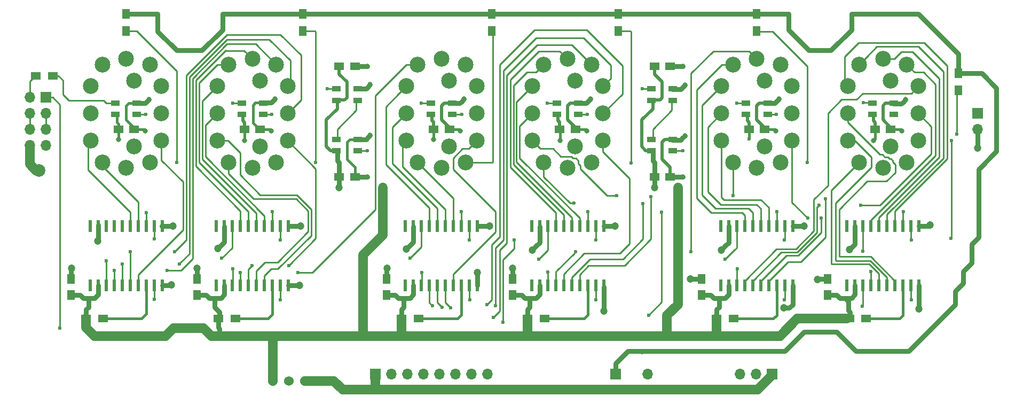
<source format=gtl>
G04 #@! TF.FileFunction,Copper,L1,Top,Signal*
%FSLAX46Y46*%
G04 Gerber Fmt 4.6, Leading zero omitted, Abs format (unit mm)*
G04 Created by KiCad (PCBNEW 4.0.6) date Sunday, June 18, 2017 'PMt' 07:47:11 PM*
%MOMM*%
%LPD*%
G01*
G04 APERTURE LIST*
%ADD10C,0.100000*%
%ADD11R,1.300000X1.500000*%
%ADD12C,2.500000*%
%ADD13R,0.600000X1.950000*%
%ADD14R,1.500000X1.300000*%
%ADD15R,1.250000X1.500000*%
%ADD16R,1.500000X1.250000*%
%ADD17C,1.524000*%
%ADD18R,1.700000X1.700000*%
%ADD19O,1.700000X1.700000*%
%ADD20R,1.400000X0.950000*%
%ADD21C,0.800000*%
%ADD22C,1.200000*%
%ADD23C,2.000000*%
%ADD24C,0.600000*%
%ADD25C,0.800000*%
%ADD26C,0.400000*%
%ADD27C,1.500000*%
%ADD28C,0.500000*%
%ADD29C,0.250000*%
G04 APERTURE END LIST*
D10*
D11*
X190000000Y-46950000D03*
X190000000Y-44250000D03*
D12*
X213786000Y-67762000D03*
X215588000Y-64318000D03*
X215588000Y-60000000D03*
X215588000Y-55682000D03*
X213786000Y-52238000D03*
X210000000Y-51364000D03*
X206214000Y-52238000D03*
X204412000Y-55682000D03*
X204412000Y-60000000D03*
X204412000Y-64318000D03*
X206214000Y-67762000D03*
X210000000Y-68636000D03*
X211200000Y-65197000D03*
X211200000Y-54803000D03*
D13*
X204285000Y-87200000D03*
X205555000Y-87200000D03*
X206825000Y-87200000D03*
X208095000Y-87200000D03*
X209365000Y-87200000D03*
X210635000Y-87200000D03*
X211905000Y-87200000D03*
X213175000Y-87200000D03*
X214445000Y-87200000D03*
X215715000Y-87200000D03*
X215715000Y-77800000D03*
X214445000Y-77800000D03*
X213175000Y-77800000D03*
X211905000Y-77800000D03*
X210635000Y-77800000D03*
X209365000Y-77800000D03*
X208095000Y-77800000D03*
X206825000Y-77800000D03*
X205555000Y-77800000D03*
X204285000Y-77800000D03*
X154285000Y-87200000D03*
X155555000Y-87200000D03*
X156825000Y-87200000D03*
X158095000Y-87200000D03*
X159365000Y-87200000D03*
X160635000Y-87200000D03*
X161905000Y-87200000D03*
X163175000Y-87200000D03*
X164445000Y-87200000D03*
X165715000Y-87200000D03*
X165715000Y-77800000D03*
X164445000Y-77800000D03*
X163175000Y-77800000D03*
X161905000Y-77800000D03*
X160635000Y-77800000D03*
X159365000Y-77800000D03*
X158095000Y-77800000D03*
X156825000Y-77800000D03*
X155555000Y-77800000D03*
X154285000Y-77800000D03*
D14*
X133650000Y-92500000D03*
X136350000Y-92500000D03*
D15*
X131250000Y-86250000D03*
X131250000Y-88750000D03*
D13*
X134285000Y-87200000D03*
X135555000Y-87200000D03*
X136825000Y-87200000D03*
X138095000Y-87200000D03*
X139365000Y-87200000D03*
X140635000Y-87200000D03*
X141905000Y-87200000D03*
X143175000Y-87200000D03*
X144445000Y-87200000D03*
X145715000Y-87200000D03*
X145715000Y-77800000D03*
X144445000Y-77800000D03*
X143175000Y-77800000D03*
X141905000Y-77800000D03*
X140635000Y-77800000D03*
X139365000Y-77800000D03*
X138095000Y-77800000D03*
X136825000Y-77800000D03*
X135555000Y-77800000D03*
X134285000Y-77800000D03*
X184285000Y-87200000D03*
X185555000Y-87200000D03*
X186825000Y-87200000D03*
X188095000Y-87200000D03*
X189365000Y-87200000D03*
X190635000Y-87200000D03*
X191905000Y-87200000D03*
X193175000Y-87200000D03*
X194445000Y-87200000D03*
X195715000Y-87200000D03*
X195715000Y-77800000D03*
X194445000Y-77800000D03*
X193175000Y-77800000D03*
X191905000Y-77800000D03*
X190635000Y-77800000D03*
X189365000Y-77800000D03*
X188095000Y-77800000D03*
X186825000Y-77800000D03*
X185555000Y-77800000D03*
X184285000Y-77800000D03*
D12*
X143786000Y-67762000D03*
X145588000Y-64318000D03*
X145588000Y-60000000D03*
X145588000Y-55682000D03*
X143786000Y-52238000D03*
X140000000Y-51364000D03*
X136214000Y-52238000D03*
X134412000Y-55682000D03*
X134412000Y-60000000D03*
X134412000Y-64318000D03*
X136214000Y-67762000D03*
X140000000Y-68636000D03*
X141200000Y-65197000D03*
X141200000Y-54803000D03*
D15*
X81250000Y-86250000D03*
X81250000Y-88750000D03*
X101250000Y-86250000D03*
X101250000Y-88750000D03*
X151250000Y-86222928D03*
X151250000Y-88722928D03*
X181250000Y-86250000D03*
X181250000Y-88750000D03*
X201250000Y-86250000D03*
X201250000Y-88750000D03*
D16*
X91250000Y-62500000D03*
X88750000Y-62500000D03*
X111250000Y-62500000D03*
X108750000Y-62500000D03*
X126250000Y-52500000D03*
X123750000Y-52500000D03*
X126250000Y-70000000D03*
X123750000Y-70000000D03*
X141250000Y-62500000D03*
X138750000Y-62500000D03*
X161250000Y-62500000D03*
X158750000Y-62500000D03*
X176250000Y-52500000D03*
X173750000Y-52500000D03*
X176250000Y-70000000D03*
X173750000Y-70000000D03*
X191250000Y-62500000D03*
X188750000Y-62500000D03*
X211250000Y-62500000D03*
X208750000Y-62500000D03*
D12*
X93786000Y-67762000D03*
X95588000Y-64318000D03*
X95588000Y-60000000D03*
X95588000Y-55682000D03*
X93786000Y-52238000D03*
X90000000Y-51364000D03*
X86214000Y-52238000D03*
X84412000Y-55682000D03*
X84412000Y-60000000D03*
X84412000Y-64318000D03*
X86214000Y-67762000D03*
X90000000Y-68636000D03*
X91200000Y-65197000D03*
X91200000Y-54803000D03*
X113786000Y-67762000D03*
X115588000Y-64318000D03*
X115588000Y-60000000D03*
X115588000Y-55682000D03*
X113786000Y-52238000D03*
X110000000Y-51364000D03*
X106214000Y-52238000D03*
X104412000Y-55682000D03*
X104412000Y-60000000D03*
X104412000Y-64318000D03*
X106214000Y-67762000D03*
X110000000Y-68636000D03*
X111200000Y-65197000D03*
X111200000Y-54803000D03*
X163786000Y-67762000D03*
X165588000Y-64318000D03*
X165588000Y-60000000D03*
X165588000Y-55682000D03*
X163786000Y-52238000D03*
X160000000Y-51364000D03*
X156214000Y-52238000D03*
X154412000Y-55682000D03*
X154412000Y-60000000D03*
X154412000Y-64318000D03*
X156214000Y-67762000D03*
X160000000Y-68636000D03*
X161200000Y-65197000D03*
X161200000Y-54803000D03*
X193786000Y-67762000D03*
X195588000Y-64318000D03*
X195588000Y-60000000D03*
X195588000Y-55682000D03*
X193786000Y-52238000D03*
X190000000Y-51364000D03*
X186214000Y-52238000D03*
X184412000Y-55682000D03*
X184412000Y-60000000D03*
X184412000Y-64318000D03*
X186214000Y-67762000D03*
X190000000Y-68636000D03*
X191200000Y-65197000D03*
X191200000Y-54803000D03*
D14*
X83650000Y-92500000D03*
X86350000Y-92500000D03*
X104650000Y-92500000D03*
X107350000Y-92500000D03*
X153650000Y-92472928D03*
X156350000Y-92472928D03*
X183650000Y-92500000D03*
X186350000Y-92500000D03*
X204650000Y-92500000D03*
X207350000Y-92500000D03*
X78350000Y-54000000D03*
X75650000Y-54000000D03*
D11*
X90000000Y-46950000D03*
X90000000Y-44250000D03*
X148000000Y-46950000D03*
X148000000Y-44250000D03*
X118000000Y-46950000D03*
X118000000Y-44250000D03*
X168000000Y-46950000D03*
X168000000Y-44250000D03*
X222000000Y-56350000D03*
X222000000Y-53650000D03*
D13*
X84285000Y-87200000D03*
X85555000Y-87200000D03*
X86825000Y-87200000D03*
X88095000Y-87200000D03*
X89365000Y-87200000D03*
X90635000Y-87200000D03*
X91905000Y-87200000D03*
X93175000Y-87200000D03*
X94445000Y-87200000D03*
X95715000Y-87200000D03*
X95715000Y-77800000D03*
X94445000Y-77800000D03*
X93175000Y-77800000D03*
X91905000Y-77800000D03*
X90635000Y-77800000D03*
X89365000Y-77800000D03*
X88095000Y-77800000D03*
X86825000Y-77800000D03*
X85555000Y-77800000D03*
X84285000Y-77800000D03*
X104285000Y-87200000D03*
X105555000Y-87200000D03*
X106825000Y-87200000D03*
X108095000Y-87200000D03*
X109365000Y-87200000D03*
X110635000Y-87200000D03*
X111905000Y-87200000D03*
X113175000Y-87200000D03*
X114445000Y-87200000D03*
X115715000Y-87200000D03*
X115715000Y-77800000D03*
X114445000Y-77800000D03*
X113175000Y-77800000D03*
X111905000Y-77800000D03*
X110635000Y-77800000D03*
X109365000Y-77800000D03*
X108095000Y-77800000D03*
X106825000Y-77800000D03*
X105555000Y-77800000D03*
X104285000Y-77800000D03*
D17*
X118340000Y-102350000D03*
X115800000Y-102350000D03*
X113260000Y-102350000D03*
D18*
X129540000Y-101270000D03*
D19*
X132080000Y-101270000D03*
X134620000Y-101270000D03*
X137160000Y-101270000D03*
X139700000Y-101270000D03*
X142240000Y-101270000D03*
X144780000Y-101270000D03*
X147320000Y-101270000D03*
D18*
X192380000Y-101270000D03*
D19*
X189840000Y-101270000D03*
X187300000Y-101270000D03*
D18*
X77240000Y-57460000D03*
D19*
X74700000Y-57460000D03*
X77240000Y-60000000D03*
X74700000Y-60000000D03*
X77240000Y-62540000D03*
X74700000Y-62540000D03*
X77240000Y-65080000D03*
X74700000Y-65080000D03*
D18*
X225000000Y-60000000D03*
D19*
X225000000Y-62540000D03*
D18*
X167615000Y-101270000D03*
D19*
X172695000Y-101270000D03*
D20*
X176700000Y-65925000D03*
X176700000Y-64075000D03*
X173300000Y-64075000D03*
X173300000Y-65925000D03*
X176700000Y-57925000D03*
X176700000Y-56075000D03*
X173300000Y-56075000D03*
X173300000Y-57925000D03*
X126700000Y-65925000D03*
X126700000Y-64075000D03*
X123300000Y-64075000D03*
X123300000Y-65925000D03*
X126700000Y-57925000D03*
X126700000Y-56075000D03*
X123300000Y-56075000D03*
X123300000Y-57925000D03*
X211700000Y-60175000D03*
X211700000Y-58325000D03*
X208300000Y-58325000D03*
X208300000Y-60175000D03*
X191700000Y-60175000D03*
X191700000Y-58325000D03*
X188300000Y-58325000D03*
X188300000Y-60175000D03*
X161700000Y-60175000D03*
X161700000Y-58325000D03*
X158300000Y-58325000D03*
X158300000Y-60175000D03*
X141700000Y-60175000D03*
X141700000Y-58325000D03*
X138300000Y-58325000D03*
X138300000Y-60175000D03*
X111700000Y-60175000D03*
X111700000Y-58325000D03*
X108300000Y-58325000D03*
X108300000Y-60175000D03*
X91700000Y-60175000D03*
X91700000Y-58325000D03*
X88300000Y-58325000D03*
X88300000Y-60175000D03*
D21*
X93600000Y-57800004D03*
X113600000Y-57700004D03*
X128700000Y-63400000D03*
X128700000Y-55425000D03*
X143600000Y-57700000D03*
X163600000Y-57700000D03*
X178600000Y-55500000D03*
X178600000Y-63500000D03*
X213600000Y-57800000D03*
X193500000Y-57700000D03*
D22*
X225000000Y-65500000D03*
X104500000Y-81400000D03*
X134400000Y-81500002D03*
X154400000Y-81600000D03*
X184400000Y-81600000D03*
D23*
X76200000Y-69000000D03*
D22*
X194310000Y-90805000D03*
X204724000Y-81534000D03*
X215709500Y-90995500D03*
X117475000Y-87249000D03*
X97155000Y-87122000D03*
X97424000Y-77800000D03*
X85480063Y-80177990D03*
X81307089Y-84483271D03*
X101246089Y-84483271D03*
X117617000Y-77800000D03*
X131345089Y-84483271D03*
X147589000Y-77800000D03*
X145669000Y-85217000D03*
X151284089Y-84483271D03*
X165728000Y-91254000D03*
X165728000Y-91254000D03*
X167528000Y-77800000D03*
X199600000Y-86300000D03*
X179500000Y-86200000D03*
X197500000Y-77800000D03*
X217500000Y-77700000D03*
D21*
X212974990Y-62750000D03*
X178250000Y-70000000D03*
X178250000Y-52500000D03*
X93000000Y-62750000D03*
X113000000Y-62750000D03*
X193000000Y-62750000D03*
X163000000Y-62750000D03*
X143000000Y-62750000D03*
X128250000Y-70000000D03*
X128250000Y-52500000D03*
D22*
X173755000Y-71755000D03*
X123750000Y-71750000D03*
X177500000Y-71755000D03*
D21*
X208500000Y-64250000D03*
D24*
X188750000Y-64008000D03*
D22*
X130700000Y-71755000D03*
D21*
X88740000Y-64135000D03*
X108740000Y-64262000D03*
X138712000Y-64135000D03*
X158778000Y-64262000D03*
D24*
X97980500Y-67754500D03*
X120000000Y-67750000D03*
X115760500Y-84073998D03*
X109982000Y-84074000D03*
X97663000Y-81915000D03*
X90678000Y-81915000D03*
X89408002Y-83820000D03*
X98425000Y-83820000D03*
X96520000Y-84836000D03*
X88138000Y-84836000D03*
X108077000Y-85217000D03*
X117221000Y-85217000D03*
X170053000Y-67818000D03*
X141478000Y-90805000D03*
X147193000Y-90297000D03*
X140081000Y-90678000D03*
X148539000Y-90475000D03*
X148209000Y-92329000D03*
X138557000Y-90457000D03*
X167767000Y-73025000D03*
X173228000Y-73152000D03*
X171950000Y-74300000D03*
X161000000Y-74168000D03*
X197993000Y-67754500D03*
X200224990Y-76600000D03*
X198100000Y-76600000D03*
X161290000Y-81915002D03*
X179578000Y-81915000D03*
X186250000Y-73000000D03*
X200900000Y-73500000D03*
X221750000Y-63250000D03*
X220750000Y-79749998D03*
X220901870Y-64306542D03*
X208055573Y-85044427D03*
X199875010Y-74500000D03*
X206492002Y-74549000D03*
X86868000Y-83312000D03*
X105156000Y-82931000D03*
X106934000Y-84582000D03*
X135001000Y-82931000D03*
X136906000Y-85217000D03*
X155448000Y-83058000D03*
X184997002Y-83100000D03*
X156845000Y-85090000D03*
X206800000Y-81800000D03*
X186900000Y-84600000D03*
X106900000Y-58400000D03*
X93100000Y-60100000D03*
X121900000Y-56100000D03*
X113100000Y-60100000D03*
X136800000Y-58400000D03*
X128200000Y-65900000D03*
X156800000Y-58400000D03*
X143200000Y-60100000D03*
X171800000Y-56100000D03*
X163100000Y-60100000D03*
X186800000Y-58400000D03*
X178300004Y-65900000D03*
X206900000Y-58300000D03*
X193100000Y-60100000D03*
X206750000Y-90500000D03*
X79500000Y-94000000D03*
X164465000Y-89535000D03*
X144462500Y-89535000D03*
X114427000Y-89535000D03*
X194400000Y-89535000D03*
X94488000Y-89408000D03*
X214503000Y-89535000D03*
X114400000Y-80000000D03*
X151500000Y-80000000D03*
X149733000Y-93091000D03*
X94488000Y-79883000D03*
X144399000Y-80010000D03*
X164465000Y-80010000D03*
X194400000Y-80010000D03*
X214503000Y-80010000D03*
X174900000Y-75600002D03*
X172847000Y-91948000D03*
X113157000Y-75565000D03*
X143129000Y-75565000D03*
X163195000Y-75565000D03*
X193200000Y-75565000D03*
X93218000Y-75692000D03*
X213233000Y-75565000D03*
D25*
X93000004Y-58400000D02*
X93200001Y-58200003D01*
X91700000Y-58400000D02*
X93000004Y-58400000D01*
X93200001Y-58200003D02*
X93600000Y-57800004D01*
X113200001Y-58100003D02*
X113600000Y-57700004D01*
X111700000Y-58300000D02*
X113000004Y-58300000D01*
X113000004Y-58300000D02*
X113200001Y-58100003D01*
X126700000Y-64075000D02*
X128025000Y-64075000D01*
X128025000Y-64075000D02*
X128300001Y-63799999D01*
X128300001Y-63799999D02*
X128700000Y-63400000D01*
X128025000Y-56100000D02*
X128300001Y-55824999D01*
X128300001Y-55824999D02*
X128700000Y-55425000D01*
X126700000Y-56100000D02*
X128025000Y-56100000D01*
X143200001Y-58099999D02*
X143600000Y-57700000D01*
X142925000Y-58375000D02*
X143200001Y-58099999D01*
X141600000Y-58375000D02*
X142925000Y-58375000D01*
X161600000Y-58375000D02*
X162925000Y-58375000D01*
X162925000Y-58375000D02*
X163200001Y-58099999D01*
X163200001Y-58099999D02*
X163600000Y-57700000D01*
X176600000Y-56175000D02*
X177925000Y-56175000D01*
X177925000Y-56175000D02*
X178200001Y-55899999D01*
X178200001Y-55899999D02*
X178600000Y-55500000D01*
D26*
X111250000Y-62500000D02*
X111125000Y-62500000D01*
X110100000Y-58675000D02*
X110475000Y-58300000D01*
X111125000Y-62500000D02*
X110100000Y-61475000D01*
X110100000Y-61475000D02*
X110100000Y-58675000D01*
X110475000Y-58300000D02*
X111700000Y-58300000D01*
D25*
X177925000Y-64175000D02*
X178200001Y-63899999D01*
X178200001Y-63899999D02*
X178600000Y-63500000D01*
X176600000Y-64175000D02*
X177925000Y-64175000D01*
X212925000Y-58475000D02*
X213200001Y-58199999D01*
X213200001Y-58199999D02*
X213600000Y-57800000D01*
X211600000Y-58475000D02*
X212925000Y-58475000D01*
X193100001Y-58099999D02*
X193500000Y-57700000D01*
X191500000Y-58375000D02*
X192825000Y-58375000D01*
X192825000Y-58375000D02*
X193100001Y-58099999D01*
D26*
X161500000Y-58375000D02*
X161575000Y-58300000D01*
X141500000Y-58375000D02*
X141525000Y-58400000D01*
D25*
X225000000Y-62540000D02*
X225000000Y-65500000D01*
X105099999Y-80800001D02*
X104500000Y-81400000D01*
X105545000Y-80355000D02*
X105099999Y-80800001D01*
X105545000Y-77927000D02*
X105545000Y-80355000D01*
X134999999Y-80900003D02*
X134400000Y-81500002D01*
X135517000Y-80383002D02*
X134999999Y-80900003D01*
X135517000Y-77927000D02*
X135517000Y-80383002D01*
X154999999Y-81000001D02*
X154400000Y-81600000D01*
X155583000Y-80417000D02*
X154999999Y-81000001D01*
X155583000Y-77927000D02*
X155583000Y-80417000D01*
X185555000Y-80445000D02*
X184999999Y-81000001D01*
X184999999Y-81000001D02*
X184400000Y-81600000D01*
X185555000Y-77800000D02*
X185555000Y-80445000D01*
D27*
X74700000Y-65080000D02*
X74700000Y-68000000D01*
X74700000Y-68000000D02*
X75700000Y-69000000D01*
X75700000Y-69000000D02*
X76200000Y-69000000D01*
D25*
X195158528Y-90805000D02*
X194310000Y-90805000D01*
X195715000Y-90248528D02*
X195158528Y-90805000D01*
X195715000Y-87200000D02*
X195715000Y-90248528D01*
X205555000Y-77800000D02*
X205555000Y-80703000D01*
X205555000Y-80703000D02*
X204724000Y-81534000D01*
X215715000Y-90990000D02*
X215709500Y-90995500D01*
X215715000Y-87200000D02*
X215715000Y-90990000D01*
X115715000Y-87200000D02*
X117426000Y-87200000D01*
X117426000Y-87200000D02*
X117475000Y-87249000D01*
X95715000Y-87200000D02*
X97077000Y-87200000D01*
X97077000Y-87200000D02*
X97155000Y-87122000D01*
X95639000Y-77800000D02*
X97424000Y-77800000D01*
X85606000Y-77673000D02*
X85606000Y-80052053D01*
X85606000Y-80052053D02*
X85480063Y-80177990D01*
X81307089Y-84483271D02*
X81257089Y-84533271D01*
X81257089Y-84533271D02*
X81257089Y-86233271D01*
X101196089Y-84533271D02*
X101196089Y-86233271D01*
X101246089Y-84483271D02*
X101196089Y-84533271D01*
X115832000Y-77800000D02*
X117617000Y-77800000D01*
X131295089Y-84533271D02*
X131295089Y-86233271D01*
X131345089Y-84483271D02*
X131295089Y-84533271D01*
X145804000Y-77800000D02*
X147589000Y-77800000D01*
X145715000Y-87200000D02*
X145715000Y-85263000D01*
X145715000Y-85263000D02*
X145669000Y-85217000D01*
X151284089Y-84483271D02*
X151234089Y-84533271D01*
X151234089Y-84533271D02*
X151234089Y-86233271D01*
X165743000Y-87454000D02*
X165743000Y-91239000D01*
X165743000Y-91239000D02*
X165728000Y-91254000D01*
X165743000Y-77800000D02*
X167528000Y-77800000D01*
X199600000Y-86300000D02*
X199650000Y-86250000D01*
X199650000Y-86250000D02*
X201250000Y-86250000D01*
X179550000Y-86250000D02*
X181250000Y-86250000D01*
X179500000Y-86200000D02*
X179550000Y-86250000D01*
X195715000Y-77800000D02*
X197500000Y-77800000D01*
X215715000Y-77800000D02*
X217400000Y-77800000D01*
X217400000Y-77800000D02*
X217500000Y-77700000D01*
D26*
X212724990Y-62500000D02*
X212974990Y-62750000D01*
X211250000Y-62500000D02*
X212724990Y-62500000D01*
D25*
X176250000Y-70000000D02*
X178250000Y-70000000D01*
X176250000Y-52500000D02*
X178250000Y-52500000D01*
D26*
X92750000Y-62500000D02*
X93000000Y-62750000D01*
X91250000Y-62500000D02*
X92750000Y-62500000D01*
X112750000Y-62500000D02*
X113000000Y-62750000D01*
X111250000Y-62500000D02*
X112750000Y-62500000D01*
X191250000Y-62500000D02*
X192750000Y-62500000D01*
X192750000Y-62500000D02*
X193000000Y-62750000D01*
X162750000Y-62500000D02*
X163000000Y-62750000D01*
X161250000Y-62500000D02*
X162750000Y-62500000D01*
X141250000Y-62500000D02*
X142750000Y-62500000D01*
X142750000Y-62500000D02*
X143000000Y-62750000D01*
D25*
X126250000Y-70000000D02*
X128250000Y-70000000D01*
X126250000Y-52500000D02*
X128250000Y-52500000D01*
D26*
X125000000Y-64525000D02*
X125000000Y-67250000D01*
X125400000Y-64125000D02*
X125000000Y-64525000D01*
X126250000Y-68500000D02*
X126250000Y-70000000D01*
X126500000Y-64125000D02*
X125400000Y-64125000D01*
X125000000Y-67250000D02*
X126250000Y-68500000D01*
D28*
X175000000Y-67250000D02*
X176250000Y-68500000D01*
X176250000Y-68500000D02*
X176250000Y-70000000D01*
X175000000Y-64525000D02*
X175000000Y-67250000D01*
X176500000Y-64125000D02*
X175400000Y-64125000D01*
X175400000Y-64125000D02*
X175000000Y-64525000D01*
D26*
X91250000Y-62250000D02*
X90000000Y-61000000D01*
X90000000Y-61000000D02*
X90000000Y-58775000D01*
X90000000Y-58775000D02*
X90400000Y-58375000D01*
X90400000Y-58375000D02*
X91500000Y-58375000D01*
X91250000Y-62500000D02*
X91250000Y-62250000D01*
D28*
X210400000Y-58375000D02*
X211500000Y-58375000D01*
X210000000Y-61000000D02*
X210000000Y-58775000D01*
X210000000Y-58775000D02*
X210400000Y-58375000D01*
X211250000Y-62250000D02*
X210000000Y-61000000D01*
D26*
X211250000Y-62500000D02*
X211250000Y-62250000D01*
D28*
X190400000Y-58375000D02*
X191500000Y-58375000D01*
X191250000Y-62250000D02*
X190000000Y-61000000D01*
X190000000Y-58775000D02*
X190400000Y-58375000D01*
X190000000Y-61000000D02*
X190000000Y-58775000D01*
D26*
X191250000Y-62500000D02*
X191250000Y-62250000D01*
X161250000Y-62500000D02*
X161250000Y-62250000D01*
D28*
X161250000Y-62250000D02*
X160000000Y-61000000D01*
X160000000Y-61000000D02*
X160000000Y-58775000D01*
X160000000Y-58775000D02*
X160400000Y-58375000D01*
X160400000Y-58375000D02*
X161500000Y-58375000D01*
X140000000Y-61000000D02*
X140000000Y-58775000D01*
X141250000Y-62250000D02*
X140000000Y-61000000D01*
X140400000Y-58375000D02*
X141500000Y-58375000D01*
X140000000Y-58775000D02*
X140400000Y-58375000D01*
D26*
X141250000Y-62500000D02*
X141250000Y-62250000D01*
D25*
X204750000Y-92500000D02*
X204750000Y-91450000D01*
X204500000Y-91200000D02*
X204500000Y-89750000D01*
X204750000Y-91450000D02*
X204500000Y-91200000D01*
X204500000Y-89750000D02*
X204000000Y-89250000D01*
X173750000Y-70000000D02*
X173750000Y-71750000D01*
X173750000Y-71750000D02*
X173755000Y-71755000D01*
D27*
X117475000Y-95250000D02*
X113200000Y-95250000D01*
X113200000Y-95250000D02*
X104750000Y-95250000D01*
X113260000Y-102350000D02*
X113260000Y-95310000D01*
X113260000Y-95310000D02*
X113200000Y-95250000D01*
D25*
X173750000Y-70000000D02*
X173750000Y-68750000D01*
X173750000Y-68750000D02*
X173750000Y-67750000D01*
X173736000Y-70014000D02*
X173750000Y-70000000D01*
X123750000Y-70000000D02*
X123750000Y-71750000D01*
X104750000Y-91450000D02*
X104750000Y-92400000D01*
X104750000Y-92400000D02*
X104650000Y-92500000D01*
D27*
X104750000Y-95250000D02*
X103500000Y-95250000D01*
D25*
X104650000Y-92500000D02*
X104650000Y-93950000D01*
X104650000Y-93950000D02*
X104750000Y-94050000D01*
X104750000Y-94050000D02*
X104750000Y-95250000D01*
D27*
X103500000Y-95250000D02*
X102230000Y-93980000D01*
X102230000Y-93980000D02*
X97520000Y-93980000D01*
X97520000Y-93980000D02*
X96250000Y-95250000D01*
X96250000Y-95250000D02*
X84963000Y-95250000D01*
X84963000Y-95250000D02*
X83650000Y-93937000D01*
X83650000Y-93937000D02*
X83650000Y-92500000D01*
X183642000Y-95250000D02*
X193675000Y-95250000D01*
X193675000Y-95250000D02*
X196425000Y-92500000D01*
X196425000Y-92500000D02*
X204250000Y-92500000D01*
D25*
X104750000Y-91450000D02*
X104000000Y-90700000D01*
X104000000Y-90700000D02*
X104000000Y-89250000D01*
D27*
X175750000Y-92000000D02*
X177500000Y-90250000D01*
X177500000Y-90250000D02*
X177500000Y-71755000D01*
X175750000Y-95250000D02*
X153670000Y-95250000D01*
X183642000Y-95250000D02*
X175750000Y-95250000D01*
X175750000Y-95250000D02*
X175750000Y-92000000D01*
D26*
X208750000Y-64000000D02*
X208500000Y-64250000D01*
X208750000Y-62500000D02*
X208750000Y-64000000D01*
D25*
X131250000Y-88750000D02*
X132675000Y-88750000D01*
D27*
X133731000Y-95250000D02*
X127600000Y-95250000D01*
X127600000Y-95250000D02*
X117475000Y-95250000D01*
X130700000Y-71755000D02*
X130700000Y-79300000D01*
X130700000Y-79300000D02*
X127600000Y-82400000D01*
X127600000Y-82400000D02*
X127600000Y-95250000D01*
D26*
X88740000Y-62750000D02*
X88740000Y-64135000D01*
X108740000Y-62500000D02*
X108740000Y-64262000D01*
X138712000Y-62500000D02*
X138712000Y-64135000D01*
X158778000Y-62500000D02*
X158778000Y-64262000D01*
D25*
X117460000Y-95265000D02*
X117475000Y-95250000D01*
D27*
X183650000Y-92500000D02*
X183650000Y-95242000D01*
D25*
X183650000Y-95242000D02*
X183642000Y-95250000D01*
D27*
X153670000Y-95250000D02*
X133731000Y-95250000D01*
X153650000Y-92472928D02*
X153650000Y-95230000D01*
D25*
X153650000Y-95230000D02*
X153670000Y-95250000D01*
D27*
X133650000Y-92500000D02*
X133650000Y-95169000D01*
D25*
X133650000Y-95169000D02*
X133731000Y-95250000D01*
D26*
X188750000Y-62500000D02*
X188750000Y-64008000D01*
D25*
X84000000Y-89250000D02*
X85000000Y-89250000D01*
X85000000Y-89250000D02*
X85555000Y-88695000D01*
X85555000Y-88695000D02*
X85555000Y-87200000D01*
X104000000Y-89250000D02*
X105000000Y-89250000D01*
X105000000Y-89250000D02*
X105555000Y-88695000D01*
X105555000Y-88695000D02*
X105555000Y-87200000D01*
X134000000Y-89250000D02*
X135000000Y-89250000D01*
X135000000Y-89250000D02*
X135555000Y-88695000D01*
X135555000Y-88695000D02*
X135555000Y-87200000D01*
X154000000Y-89250000D02*
X155000000Y-89250000D01*
X155000000Y-89250000D02*
X155555000Y-88695000D01*
X155555000Y-88695000D02*
X155555000Y-87200000D01*
X184000000Y-89250000D02*
X185000000Y-89250000D01*
X185000000Y-89250000D02*
X185555000Y-88695000D01*
X185555000Y-88695000D02*
X185555000Y-87200000D01*
X204000000Y-89250000D02*
X205000000Y-89250000D01*
X205000000Y-89250000D02*
X205555000Y-88695000D01*
X205555000Y-88695000D02*
X205555000Y-87200000D01*
X81250000Y-88750000D02*
X82675000Y-88750000D01*
X84000000Y-90700000D02*
X84000000Y-89250000D01*
X83175000Y-89250000D02*
X84000000Y-89250000D01*
X82675000Y-88750000D02*
X83175000Y-89250000D01*
X83650000Y-91050000D02*
X84000000Y-90700000D01*
X83650000Y-92500000D02*
X83650000Y-91050000D01*
X101250000Y-88750000D02*
X102675000Y-88750000D01*
X103175000Y-89250000D02*
X104000000Y-89250000D01*
X102675000Y-88750000D02*
X103175000Y-89250000D01*
X134000000Y-90700000D02*
X134000000Y-89250000D01*
X133175000Y-89250000D02*
X134000000Y-89250000D01*
X132675000Y-88750000D02*
X133175000Y-89250000D01*
X133650000Y-91050000D02*
X134000000Y-90700000D01*
X133650000Y-92500000D02*
X133650000Y-91050000D01*
X201250000Y-88750000D02*
X202675000Y-88750000D01*
X203175000Y-89250000D02*
X204000000Y-89250000D01*
X202675000Y-88750000D02*
X203175000Y-89250000D01*
X151250000Y-88750000D02*
X152675000Y-88750000D01*
X154000000Y-90700000D02*
X154000000Y-89250000D01*
X153175000Y-89250000D02*
X154000000Y-89250000D01*
X152675000Y-88750000D02*
X153175000Y-89250000D01*
X153650000Y-91050000D02*
X154000000Y-90700000D01*
X153650000Y-92500000D02*
X153650000Y-91050000D01*
X183175000Y-89250000D02*
X184000000Y-89250000D01*
X184000000Y-90700000D02*
X184000000Y-89250000D01*
X183650000Y-91050000D02*
X184000000Y-90700000D01*
X183650000Y-92500000D02*
X183650000Y-91050000D01*
X181250000Y-88750000D02*
X182675000Y-88750000D01*
X182675000Y-88750000D02*
X183175000Y-89250000D01*
D26*
X208750000Y-62500000D02*
X208746002Y-62500000D01*
D25*
X123750000Y-67750000D02*
X123500000Y-67500000D01*
X123750000Y-70000000D02*
X123750000Y-67750000D01*
X123500000Y-67500000D02*
X123500000Y-65875000D01*
D28*
X124600000Y-57875000D02*
X125000000Y-57475000D01*
X125000000Y-57475000D02*
X125000000Y-55000000D01*
X125000000Y-55000000D02*
X123750000Y-53750000D01*
X123750000Y-53750000D02*
X123750000Y-52500000D01*
X123500000Y-57875000D02*
X124600000Y-57875000D01*
X122375000Y-65875000D02*
X123500000Y-65875000D01*
X121750000Y-65250000D02*
X122375000Y-65875000D01*
X121750000Y-61000000D02*
X121750000Y-65250000D01*
X123500000Y-59250000D02*
X121750000Y-61000000D01*
X123500000Y-57875000D02*
X123500000Y-59250000D01*
X171750000Y-61000000D02*
X171750000Y-65250000D01*
X171750000Y-65250000D02*
X172375000Y-65875000D01*
X172375000Y-65875000D02*
X173500000Y-65875000D01*
X173500000Y-57875000D02*
X173500000Y-59250000D01*
X173500000Y-59250000D02*
X171750000Y-61000000D01*
D25*
X173750000Y-67750000D02*
X173500000Y-67500000D01*
X173500000Y-67500000D02*
X173500000Y-65875000D01*
D28*
X108750000Y-61375000D02*
X108625000Y-61250000D01*
X108750000Y-62500000D02*
X108750000Y-61375000D01*
X108500000Y-61150000D02*
X108500000Y-60125000D01*
X108625000Y-61250000D02*
X108600000Y-61250000D01*
X108600000Y-61250000D02*
X108500000Y-61150000D01*
D26*
X88750000Y-61625000D02*
X88625000Y-61500000D01*
X88750000Y-62750000D02*
X88750000Y-61625000D01*
X88500000Y-61400000D02*
X88500000Y-60375000D01*
X88625000Y-61500000D02*
X88600000Y-61500000D01*
X88600000Y-61500000D02*
X88500000Y-61400000D01*
D28*
X158750000Y-61375000D02*
X158625000Y-61250000D01*
X158750000Y-62500000D02*
X158750000Y-61375000D01*
X208500000Y-61150000D02*
X208600000Y-61250000D01*
X208600000Y-61250000D02*
X208625000Y-61250000D01*
X208625000Y-61250000D02*
X208750000Y-61375000D01*
X208500000Y-60125000D02*
X208500000Y-61150000D01*
X208750000Y-61375000D02*
X208750000Y-62500000D01*
X158500000Y-61150000D02*
X158500000Y-60125000D01*
X158625000Y-61250000D02*
X158600000Y-61250000D01*
X158600000Y-61250000D02*
X158500000Y-61150000D01*
X208500000Y-60125000D02*
X208425000Y-60125000D01*
X188500000Y-60125000D02*
X188425000Y-60125000D01*
X188600000Y-61250000D02*
X188625000Y-61250000D01*
X188625000Y-61250000D02*
X188750000Y-61375000D01*
X188750000Y-61375000D02*
X188750000Y-62500000D01*
X188500000Y-60125000D02*
X188500000Y-61150000D01*
X188500000Y-61150000D02*
X188600000Y-61250000D01*
X175000000Y-55000000D02*
X173750000Y-53750000D01*
X174600000Y-57875000D02*
X175000000Y-57475000D01*
X173500000Y-57875000D02*
X174600000Y-57875000D01*
X175000000Y-57475000D02*
X175000000Y-55000000D01*
X173750000Y-53750000D02*
X173750000Y-52500000D01*
X158500000Y-61125000D02*
X158500000Y-60125000D01*
X158750000Y-61375000D02*
X158500000Y-61125000D01*
X138625000Y-61250000D02*
X138600000Y-61250000D01*
X138600000Y-61250000D02*
X138500000Y-61150000D01*
X138500000Y-61150000D02*
X138500000Y-60125000D01*
X138750000Y-62500000D02*
X138750000Y-61375000D01*
X138750000Y-61375000D02*
X138625000Y-61250000D01*
D29*
X90000000Y-46950000D02*
X91700000Y-46950000D01*
X91700000Y-46950000D02*
X98000000Y-53250000D01*
X98000000Y-53250000D02*
X98000000Y-67735000D01*
X98000000Y-67735000D02*
X97980500Y-67754500D01*
X93798000Y-67750000D02*
X93786000Y-67762000D01*
X99020467Y-70826467D02*
X95588000Y-67394000D01*
X99020467Y-78398533D02*
X99020467Y-70826467D01*
X91905000Y-85514000D02*
X99020467Y-78398533D01*
X95588000Y-66085766D02*
X95588000Y-64318000D01*
X91905000Y-87200000D02*
X91905000Y-85514000D01*
X95588000Y-67394000D02*
X95588000Y-66085766D01*
X84412000Y-64318000D02*
X83947000Y-64783000D01*
X83947000Y-68961000D02*
X90635000Y-75649000D01*
X83947000Y-64783000D02*
X83947000Y-68961000D01*
X90635000Y-75649000D02*
X90635000Y-77800000D01*
X86214000Y-67762000D02*
X86214000Y-68307000D01*
X86214000Y-68307000D02*
X91905000Y-73998000D01*
X91905000Y-73998000D02*
X91905000Y-77800000D01*
X120000000Y-47000000D02*
X120000000Y-67750000D01*
X119950000Y-46950000D02*
X120000000Y-47000000D01*
X118000000Y-46950000D02*
X119950000Y-46950000D01*
X115588000Y-64318000D02*
X120015000Y-68745000D01*
X120015000Y-68745000D02*
X120015000Y-79819498D01*
X120015000Y-79819498D02*
X115760500Y-84074000D01*
X109982000Y-84074000D02*
X109365000Y-84691000D01*
X109365000Y-84691000D02*
X109365000Y-87200000D01*
X115588000Y-60000000D02*
X117729000Y-57859000D01*
X117729000Y-57859000D02*
X117729000Y-50779000D01*
X117729000Y-50779000D02*
X114450000Y-47500000D01*
X114450000Y-47500000D02*
X106000000Y-47500000D01*
X106000000Y-47500000D02*
X99520478Y-53979522D01*
X99520478Y-53979522D02*
X99520478Y-80057522D01*
X99520478Y-80057522D02*
X97962999Y-81615001D01*
X97962999Y-81615001D02*
X97663000Y-81915000D01*
X90635000Y-87200000D02*
X90635000Y-81958000D01*
X90635000Y-81958000D02*
X90678000Y-81915000D01*
X115588000Y-55682000D02*
X116014500Y-55255500D01*
X106000000Y-48250000D02*
X100020489Y-54229511D01*
X116014500Y-55255500D02*
X116014500Y-51625500D01*
X116014500Y-51625500D02*
X112639000Y-48250000D01*
X100020489Y-82224511D02*
X98724999Y-83520001D01*
X112639000Y-48250000D02*
X106000000Y-48250000D01*
X100020489Y-54229511D02*
X100020489Y-82224511D01*
X98724999Y-83520001D02*
X98425000Y-83820000D01*
X89365000Y-83863002D02*
X89408002Y-83820000D01*
X89365000Y-87200000D02*
X89365000Y-83863002D01*
X113786000Y-52238000D02*
X110548000Y-49000000D01*
X110548000Y-49000000D02*
X106000000Y-49000000D01*
X106000000Y-49000000D02*
X100520500Y-54479500D01*
X100520500Y-82994500D02*
X98679000Y-84836000D01*
X98679000Y-84836000D02*
X96944264Y-84836000D01*
X100520500Y-54479500D02*
X100520500Y-82994500D01*
X96944264Y-84836000D02*
X96520000Y-84836000D01*
X88095000Y-84879000D02*
X88138000Y-84836000D01*
X88095000Y-87200000D02*
X88095000Y-84879000D01*
X110000000Y-51364000D02*
X108674000Y-50038000D01*
X108674000Y-50038000D02*
X105788000Y-50038000D01*
X105788000Y-50038000D02*
X105750000Y-50000000D01*
X105712000Y-50038000D02*
X101028500Y-54721500D01*
X101028500Y-68389500D02*
X108095000Y-75456000D01*
X108095000Y-76575000D02*
X108095000Y-77800000D01*
X101028500Y-54721500D02*
X101028500Y-68389500D01*
X108095000Y-75456000D02*
X108095000Y-76575000D01*
X106214000Y-52238000D02*
X104446234Y-52238000D01*
X101536500Y-67754500D02*
X109365000Y-75583000D01*
X104446234Y-52238000D02*
X101536500Y-55147734D01*
X101536500Y-55147734D02*
X101536500Y-67754500D01*
X109365000Y-75583000D02*
X109365000Y-76575000D01*
X109365000Y-76575000D02*
X109365000Y-77800000D01*
X104412000Y-55682000D02*
X102044500Y-58049500D01*
X102044500Y-58049500D02*
X102044500Y-67246500D01*
X102044500Y-67246500D02*
X110635000Y-75837000D01*
X110635000Y-75837000D02*
X110635000Y-76575000D01*
X110635000Y-76575000D02*
X110635000Y-77800000D01*
X111905000Y-77800000D02*
X111905000Y-76218000D01*
X111905000Y-76218000D02*
X102552500Y-66865500D01*
X102552500Y-66865500D02*
X102552500Y-61859500D01*
X103162001Y-61249999D02*
X104412000Y-60000000D01*
X102552500Y-61859500D02*
X103162001Y-61249999D01*
X104412000Y-64318000D02*
X106179766Y-64318000D01*
X106179766Y-64318000D02*
X108077000Y-66215234D01*
X108077000Y-66215234D02*
X108077000Y-69723000D01*
X108077000Y-69723000D02*
X111252000Y-72898000D01*
X111252000Y-72898000D02*
X117039122Y-72898000D01*
X117039122Y-72898000D02*
X119372011Y-75230889D01*
X119372011Y-75230889D02*
X119372011Y-79319489D01*
X119372011Y-79319489D02*
X114046000Y-84645500D01*
X114046000Y-84645500D02*
X112966500Y-84645500D01*
X112966500Y-84645500D02*
X111905000Y-85707000D01*
X111905000Y-85707000D02*
X111905000Y-87200000D01*
X106214000Y-67762000D02*
X106214000Y-69529766D01*
X106214000Y-69529766D02*
X110217234Y-73533000D01*
X112014000Y-83566000D02*
X110635000Y-84945000D01*
X110217234Y-73533000D02*
X116967000Y-73533000D01*
X116967000Y-73533000D02*
X118872000Y-75438000D01*
X118872000Y-75438000D02*
X118872000Y-78676500D01*
X118872000Y-78676500D02*
X113982500Y-83566000D01*
X113982500Y-83566000D02*
X112014000Y-83566000D01*
X110635000Y-84945000D02*
X110635000Y-87200000D01*
X143786000Y-67762000D02*
X148038000Y-67762000D01*
X148038000Y-67762000D02*
X148100000Y-67700000D01*
X148100000Y-67700000D02*
X148100000Y-47050000D01*
X148100000Y-47050000D02*
X148000000Y-46950000D01*
X145588000Y-64318000D02*
X144338001Y-65567999D01*
X144338001Y-65567999D02*
X143347001Y-65567999D01*
X143347001Y-65567999D02*
X141859000Y-67056000D01*
X141905000Y-85425000D02*
X141905000Y-87200000D01*
X141859000Y-67056000D02*
X141859000Y-68834000D01*
X141859000Y-68834000D02*
X148590000Y-75565000D01*
X148590000Y-75565000D02*
X148590000Y-78740000D01*
X148590000Y-78740000D02*
X141905000Y-85425000D01*
X136214000Y-52238000D02*
X134446234Y-52238000D01*
X134446234Y-52238000D02*
X129500000Y-57184234D01*
X129500000Y-57184234D02*
X129500000Y-75224000D01*
X129500000Y-75224000D02*
X119507000Y-85217000D01*
X119507000Y-85217000D02*
X117221000Y-85217000D01*
X108077000Y-85217000D02*
X108077000Y-87182000D01*
X108077000Y-87182000D02*
X108095000Y-87200000D01*
X134412000Y-55682000D02*
X133162001Y-56931999D01*
X133162001Y-56931999D02*
X133162001Y-56956999D01*
X133162001Y-56956999D02*
X131191000Y-58928000D01*
X131191000Y-68072000D02*
X138095000Y-74976000D01*
X131191000Y-58928000D02*
X131191000Y-68072000D01*
X138095000Y-74976000D02*
X138095000Y-77800000D01*
X139365000Y-77800000D02*
X139365000Y-76575000D01*
X139365000Y-76575000D02*
X139319000Y-76529000D01*
X139319000Y-76529000D02*
X139319000Y-75057000D01*
X139319000Y-75057000D02*
X132207000Y-67945000D01*
X132207000Y-67945000D02*
X132207000Y-62205000D01*
X132207000Y-62205000D02*
X134412000Y-60000000D01*
X140635000Y-77800000D02*
X140635000Y-76575000D01*
X140589000Y-75184000D02*
X133858000Y-68453000D01*
X140635000Y-76575000D02*
X140589000Y-76529000D01*
X140589000Y-76529000D02*
X140589000Y-75184000D01*
X133858000Y-68453000D02*
X133858000Y-64872000D01*
X133858000Y-64872000D02*
X134412000Y-64318000D01*
X141905000Y-77800000D02*
X141905000Y-73453000D01*
X141905000Y-73453000D02*
X136214000Y-67762000D01*
X170000000Y-47000000D02*
X170053000Y-47053000D01*
X170053000Y-47053000D02*
X170053000Y-67818000D01*
X170053000Y-67818000D02*
X170000000Y-67871000D01*
X169950000Y-46950000D02*
X170000000Y-47000000D01*
X168000000Y-46950000D02*
X169950000Y-46950000D01*
X159365000Y-87200000D02*
X159365000Y-85435000D01*
X159365000Y-85435000D02*
X162631000Y-82169000D01*
X162631000Y-82169000D02*
X168275000Y-82169000D01*
X168275000Y-82169000D02*
X169839001Y-80604999D01*
X169839001Y-80604999D02*
X169839001Y-70336767D01*
X169839001Y-70336767D02*
X165588000Y-66085766D01*
X165588000Y-66085766D02*
X165588000Y-64318000D01*
X168700000Y-56888000D02*
X165588000Y-60000000D01*
X163000000Y-46750000D02*
X168700000Y-52450000D01*
X149225000Y-52275000D02*
X154750000Y-46750000D01*
X147955000Y-80772000D02*
X149225000Y-79502000D01*
X147955000Y-89535000D02*
X147955000Y-80772000D01*
X147193000Y-90297000D02*
X147955000Y-89535000D01*
X149225000Y-79502000D02*
X149225000Y-52275000D01*
X168700000Y-52450000D02*
X168700000Y-56888000D01*
X154750000Y-46750000D02*
X163000000Y-46750000D01*
X140635000Y-89962000D02*
X141178001Y-90505001D01*
X141178001Y-90505001D02*
X141478000Y-90805000D01*
X140635000Y-87200000D02*
X140635000Y-89962000D01*
X166837999Y-54432001D02*
X165588000Y-55682000D01*
X162500000Y-48000000D02*
X166837999Y-52337999D01*
X155000000Y-48000000D02*
X162500000Y-48000000D01*
X149800000Y-80070000D02*
X149800000Y-53200000D01*
X166837999Y-52337999D02*
X166837999Y-54432001D01*
X149800000Y-53200000D02*
X155000000Y-48000000D01*
X148539000Y-81331000D02*
X149800000Y-80070000D01*
X148539000Y-90475000D02*
X148539000Y-81331000D01*
X139781001Y-90378001D02*
X140081000Y-90678000D01*
X139365000Y-87875000D02*
X139365000Y-89962000D01*
X139365000Y-89962000D02*
X139781001Y-90378001D01*
X139365000Y-87200000D02*
X139365000Y-87875000D01*
X139365000Y-87875000D02*
X139400000Y-87910000D01*
X150324999Y-80582123D02*
X150324999Y-78975999D01*
X148209000Y-92329000D02*
X149232989Y-91305011D01*
X150327999Y-78972999D02*
X150327999Y-53922001D01*
X149232989Y-81674133D02*
X150324999Y-80582123D01*
X149232989Y-91305011D02*
X149232989Y-81674133D01*
X162536001Y-50988001D02*
X163786000Y-52238000D01*
X150324999Y-78975999D02*
X150327999Y-78972999D01*
X150327999Y-53922001D02*
X155150000Y-49100000D01*
X160648000Y-49100000D02*
X162536001Y-50988001D01*
X155150000Y-49100000D02*
X160648000Y-49100000D01*
X138095000Y-89995000D02*
X138557000Y-90457000D01*
X138095000Y-87200000D02*
X138095000Y-89995000D01*
X150900011Y-68500011D02*
X150900011Y-54599989D01*
X155385999Y-50114001D02*
X158750001Y-50114001D01*
X158095000Y-77800000D02*
X158095000Y-75695000D01*
X158095000Y-75695000D02*
X150900011Y-68500011D01*
X150900011Y-54599989D02*
X155385999Y-50114001D01*
X158750001Y-50114001D02*
X160000000Y-51364000D01*
X159365000Y-77800000D02*
X159365000Y-76065000D01*
X159365000Y-76065000D02*
X151400022Y-68100022D01*
X151400022Y-55599978D02*
X153512001Y-53487999D01*
X151400022Y-68100022D02*
X151400022Y-55599978D01*
X153512001Y-53487999D02*
X154964001Y-53487999D01*
X154964001Y-53487999D02*
X156214000Y-52238000D01*
X151900033Y-58193967D02*
X153162001Y-56931999D01*
X153162001Y-56931999D02*
X154412000Y-55682000D01*
X160635000Y-77800000D02*
X160635000Y-76435000D01*
X160635000Y-76435000D02*
X151900033Y-67700033D01*
X151900033Y-67700033D02*
X151900033Y-58193967D01*
X152400044Y-62011956D02*
X153162001Y-61249999D01*
X161905000Y-77800000D02*
X161905000Y-76575000D01*
X152400044Y-67070044D02*
X152400044Y-62011956D01*
X153162001Y-61249999D02*
X154412000Y-60000000D01*
X161905000Y-76575000D02*
X152400044Y-67070044D01*
X154412000Y-64318000D02*
X155661999Y-65567999D01*
X160569002Y-66800000D02*
X160869002Y-67100000D01*
X162000000Y-68800000D02*
X166225000Y-73025000D01*
X155661999Y-65567999D02*
X157667999Y-65567999D01*
X161300000Y-67100000D02*
X161700000Y-67500000D01*
X157667999Y-65567999D02*
X158900000Y-66800000D01*
X160869002Y-67100000D02*
X161300000Y-67100000D01*
X158900000Y-66800000D02*
X160569002Y-66800000D01*
X161700000Y-67500000D02*
X161700000Y-67930998D01*
X161700000Y-67930998D02*
X162000000Y-68230998D01*
X162000000Y-68230998D02*
X162000000Y-68800000D01*
X166225000Y-73025000D02*
X167767000Y-73025000D01*
X161905000Y-87200000D02*
X161905000Y-85495000D01*
X161905000Y-85495000D02*
X163326000Y-84074000D01*
X163326000Y-84074000D02*
X169037000Y-84074000D01*
X169037000Y-84074000D02*
X173228000Y-79883000D01*
X173228000Y-79883000D02*
X173228000Y-73152000D01*
X171950000Y-74724264D02*
X171950000Y-74300000D01*
X171950000Y-79891000D02*
X171950000Y-74724264D01*
X168783000Y-83058000D02*
X171950000Y-79891000D01*
X163552000Y-83058000D02*
X168783000Y-83058000D01*
X160635000Y-85975000D02*
X163552000Y-83058000D01*
X160635000Y-87200000D02*
X160635000Y-85975000D01*
X161000000Y-74168000D02*
X160368000Y-74168000D01*
X160368000Y-74168000D02*
X156214000Y-70014000D01*
X156214000Y-70014000D02*
X156214000Y-67762000D01*
X190000000Y-47000000D02*
X192500000Y-47000000D01*
X192500000Y-47000000D02*
X198000000Y-52500000D01*
X198000000Y-52500000D02*
X198000000Y-67747500D01*
X198000000Y-67747500D02*
X197993000Y-67754500D01*
X194660000Y-82500000D02*
X196600000Y-82500000D01*
X200224990Y-77024264D02*
X200224990Y-76600000D01*
X200224990Y-78875010D02*
X200224990Y-77024264D01*
X190635000Y-86525000D02*
X194660000Y-82500000D01*
X196600000Y-82500000D02*
X200224990Y-78875010D01*
X190635000Y-87200000D02*
X190635000Y-86525000D01*
X195588000Y-64318000D02*
X195588000Y-74088000D01*
X195588000Y-74088000D02*
X198100000Y-76600000D01*
X160990001Y-82215001D02*
X161290000Y-81915002D01*
X158095000Y-85110000D02*
X158395001Y-84810001D01*
X158395001Y-84810001D02*
X160990001Y-82215001D01*
X158095000Y-87200000D02*
X158095000Y-85110000D01*
X190000000Y-51364000D02*
X188750001Y-50114001D01*
X188750001Y-50114001D02*
X183057999Y-50114001D01*
X183057999Y-50114001D02*
X179578000Y-53594000D01*
X179578000Y-53594000D02*
X179578000Y-81915000D01*
X186214000Y-52238000D02*
X184446234Y-52238000D01*
X184446234Y-52238000D02*
X180467000Y-56217234D01*
X180467000Y-73406000D02*
X182753000Y-75692000D01*
X182753000Y-75692000D02*
X187642500Y-75692000D01*
X180467000Y-56217234D02*
X180467000Y-73406000D01*
X187642500Y-75692000D02*
X188095000Y-76144500D01*
X188095000Y-76144500D02*
X188095000Y-77800000D01*
X184412000Y-55682000D02*
X181356000Y-58738000D01*
X181356000Y-58738000D02*
X181356000Y-72961500D01*
X189365000Y-75700000D02*
X189365000Y-77800000D01*
X181356000Y-72961500D02*
X183451500Y-75057000D01*
X183451500Y-75057000D02*
X188722000Y-75057000D01*
X188722000Y-75057000D02*
X189365000Y-75700000D01*
X190635000Y-77800000D02*
X190635000Y-75065000D01*
X190635000Y-75065000D02*
X189992000Y-74422000D01*
X189992000Y-74422000D02*
X184277000Y-74422000D01*
X182245000Y-72390000D02*
X182245000Y-62167000D01*
X184277000Y-74422000D02*
X182245000Y-72390000D01*
X182245000Y-62167000D02*
X184412000Y-60000000D01*
X190635000Y-77800000D02*
X190635000Y-77125000D01*
X190635000Y-77125000D02*
X190600000Y-77090000D01*
X190660000Y-73660000D02*
X186589004Y-73660000D01*
X184412000Y-66085766D02*
X184412000Y-64318000D01*
X191905000Y-77800000D02*
X191905000Y-74905000D01*
X191905000Y-74905000D02*
X190660000Y-73660000D01*
X186589004Y-73660000D02*
X186574002Y-73675002D01*
X186574002Y-73675002D02*
X184800002Y-73675002D01*
X184800002Y-73675002D02*
X184412000Y-73287000D01*
X184412000Y-73287000D02*
X184412000Y-66085766D01*
X186214000Y-67762000D02*
X186214000Y-72964000D01*
X186214000Y-72964000D02*
X186250000Y-73000000D01*
X197000000Y-83500000D02*
X200900000Y-79600000D01*
X200900000Y-79600000D02*
X200900000Y-73500000D01*
X194930000Y-83500000D02*
X197000000Y-83500000D01*
X191905000Y-87200000D02*
X191905000Y-86525000D01*
X191905000Y-86525000D02*
X194930000Y-83500000D01*
X222000000Y-56350000D02*
X221750000Y-56600000D01*
X221750000Y-56600000D02*
X221750000Y-62825736D01*
X221750000Y-62825736D02*
X221750000Y-63250000D01*
X220901870Y-79598128D02*
X220750000Y-79749998D01*
X220901870Y-64306542D02*
X220901870Y-79598128D01*
X208095000Y-85083854D02*
X208055573Y-85044427D01*
X208095000Y-87200000D02*
X208095000Y-85083854D01*
X189365000Y-86525000D02*
X193890011Y-81999989D01*
X199549988Y-74825022D02*
X199575011Y-74799999D01*
X189365000Y-87200000D02*
X189365000Y-86525000D01*
X199549988Y-78842890D02*
X199549988Y-74825022D01*
X193890011Y-81999989D02*
X196392889Y-81999989D01*
X196392889Y-81999989D02*
X199549988Y-78842890D01*
X199575011Y-74799999D02*
X199875010Y-74500000D01*
X209550000Y-74549000D02*
X207391000Y-74549000D01*
X207391000Y-74549000D02*
X206492002Y-74549000D01*
X215588000Y-60000000D02*
X217678000Y-62090000D01*
X217678000Y-62090000D02*
X217678000Y-66421000D01*
X217678000Y-66421000D02*
X209550000Y-74549000D01*
X188095000Y-87200000D02*
X188095000Y-86525000D01*
X188095000Y-86525000D02*
X193120022Y-81499978D01*
X193120022Y-81499978D02*
X196185778Y-81499978D01*
X196185778Y-81499978D02*
X199049978Y-78635778D01*
X199049978Y-78635778D02*
X199049978Y-73619022D01*
X201295000Y-59944000D02*
X203454000Y-57785000D01*
X199049978Y-73619022D02*
X201295000Y-71374000D01*
X205815000Y-57785000D02*
X206800000Y-56800000D01*
X201295000Y-71374000D02*
X201295000Y-59944000D01*
X203454000Y-57785000D02*
X205815000Y-57785000D01*
X206800000Y-56800000D02*
X214470000Y-56800000D01*
X214470000Y-56800000D02*
X215588000Y-55682000D01*
X213786000Y-52238000D02*
X215035999Y-53487999D01*
X215035999Y-53487999D02*
X216428999Y-53487999D01*
X216428999Y-53487999D02*
X218313000Y-55372000D01*
X218313000Y-55372000D02*
X218313000Y-66675000D01*
X218313000Y-66675000D02*
X208095000Y-76893000D01*
X208095000Y-76893000D02*
X208095000Y-77800000D01*
X210000000Y-51364000D02*
X211767766Y-51364000D01*
X211767766Y-51364000D02*
X212892756Y-50239010D01*
X212892756Y-50239010D02*
X214704010Y-50239010D01*
X218948000Y-54483000D02*
X218948000Y-66929000D01*
X214704010Y-50239010D02*
X218948000Y-54483000D01*
X218948000Y-66929000D02*
X209365000Y-76512000D01*
X209365000Y-76512000D02*
X209365000Y-77800000D01*
X206214000Y-52238000D02*
X207463999Y-50988001D01*
X207463999Y-50981001D02*
X209042000Y-49403000D01*
X215646000Y-49403000D02*
X219583000Y-53340000D01*
X207463999Y-50988001D02*
X207463999Y-50981001D01*
X209042000Y-49403000D02*
X215646000Y-49403000D01*
X219583000Y-67056000D02*
X210635000Y-76004000D01*
X219583000Y-53340000D02*
X219583000Y-67056000D01*
X210635000Y-76004000D02*
X210635000Y-77800000D01*
X204412000Y-55682000D02*
X203898500Y-55168500D01*
X206121000Y-48768000D02*
X216535000Y-48768000D01*
X203898500Y-55168500D02*
X203898500Y-50990500D01*
X216535000Y-48768000D02*
X220218000Y-52451000D01*
X203898500Y-50990500D02*
X206121000Y-48768000D01*
X220218000Y-52451000D02*
X220218000Y-67183000D01*
X220218000Y-67183000D02*
X211905000Y-75496000D01*
X211905000Y-75496000D02*
X211905000Y-77800000D01*
X203073000Y-82677000D02*
X203073000Y-75184000D01*
X211963000Y-68072000D02*
X211582000Y-67691000D01*
X211905000Y-87200000D02*
X211905000Y-86525000D01*
X211905000Y-86525000D02*
X208057000Y-82677000D01*
X203073000Y-75184000D02*
X207518000Y-70739000D01*
X208057000Y-82677000D02*
X203073000Y-82677000D01*
X209900000Y-66500000D02*
X209500000Y-66500000D01*
X211264500Y-67183000D02*
X211074000Y-67183000D01*
X211582000Y-67500500D02*
X211264500Y-67183000D01*
X207518000Y-70739000D02*
X210566000Y-70739000D01*
X210300000Y-66900000D02*
X209900000Y-66500000D01*
X210566000Y-70739000D02*
X211963000Y-69342000D01*
X211963000Y-69342000D02*
X211963000Y-68072000D01*
X210791000Y-66900000D02*
X210300000Y-66900000D01*
X211074000Y-67183000D02*
X210791000Y-66900000D01*
X211582000Y-67691000D02*
X211582000Y-67500500D01*
X209500000Y-66500000D02*
X204412000Y-61412000D01*
X204412000Y-61412000D02*
X204412000Y-60000000D01*
X210635000Y-87200000D02*
X210635000Y-85962122D01*
X210635000Y-85962122D02*
X207992868Y-83319990D01*
X207992868Y-83319990D02*
X202572990Y-83319990D01*
X202572990Y-83319990D02*
X202500000Y-83247000D01*
X202500000Y-83247000D02*
X202500000Y-74169500D01*
X202500000Y-74169500D02*
X208153000Y-68516500D01*
X208153000Y-68516500D02*
X208153000Y-66929000D01*
X208153000Y-66929000D02*
X205542000Y-64318000D01*
X205542000Y-64318000D02*
X204412000Y-64318000D01*
X209365000Y-87200000D02*
X209365000Y-85399244D01*
X209365000Y-85399244D02*
X207785757Y-83820001D01*
X207785757Y-83820001D02*
X201800000Y-83820000D01*
X201800000Y-83820000D02*
X201800000Y-72176000D01*
X201800000Y-72176000D02*
X206214000Y-67762000D01*
D26*
X86350000Y-92500000D02*
X92412000Y-92500000D01*
X92412000Y-92500000D02*
X93175000Y-91737000D01*
X93175000Y-91737000D02*
X93175000Y-87200000D01*
X107250000Y-92500000D02*
X112478000Y-92500000D01*
X112478000Y-92500000D02*
X113175000Y-91803000D01*
X113175000Y-91803000D02*
X113175000Y-87200000D01*
X136350000Y-92500000D02*
X142577000Y-92500000D01*
X142577000Y-92500000D02*
X143175000Y-91902000D01*
X143175000Y-91902000D02*
X143175000Y-87200000D01*
X156350000Y-92472928D02*
X162627072Y-92472928D01*
X162627072Y-92472928D02*
X163175000Y-91925000D01*
X163175000Y-91925000D02*
X163175000Y-87200000D01*
X186350000Y-92500000D02*
X192615000Y-92500000D01*
X192615000Y-92500000D02*
X193175000Y-91940000D01*
X193175000Y-91940000D02*
X193175000Y-87200000D01*
X207250000Y-92500000D02*
X212681000Y-92500000D01*
X212681000Y-92500000D02*
X213175000Y-92006000D01*
X213175000Y-92006000D02*
X213175000Y-87200000D01*
D29*
X86868000Y-83312000D02*
X86868000Y-87157000D01*
X86868000Y-87157000D02*
X86825000Y-87200000D01*
X106825000Y-77800000D02*
X106825000Y-81262000D01*
X106825000Y-81262000D02*
X105156000Y-82931000D01*
X106934000Y-84582000D02*
X106934000Y-87091000D01*
X106934000Y-87091000D02*
X106825000Y-87200000D01*
X136825000Y-77800000D02*
X136825000Y-81107000D01*
X136825000Y-81107000D02*
X135001000Y-82931000D01*
X136906000Y-85217000D02*
X136906000Y-87119000D01*
X136906000Y-87119000D02*
X136825000Y-87200000D01*
X156825000Y-77800000D02*
X156825000Y-81681000D01*
X156825000Y-81681000D02*
X155448000Y-83058000D01*
X184997002Y-83100000D02*
X186517003Y-81579999D01*
X186517003Y-81579999D02*
X186817002Y-81280000D01*
X186825000Y-81272002D02*
X186817002Y-81280000D01*
X186825000Y-77800000D02*
X186825000Y-81272002D01*
X156845000Y-85090000D02*
X156845000Y-87180000D01*
X156845000Y-87180000D02*
X156825000Y-87200000D01*
X186900000Y-84600000D02*
X186825000Y-84675000D01*
X206825000Y-81775000D02*
X206800000Y-81800000D01*
X206825000Y-77800000D02*
X206825000Y-81775000D01*
X186825000Y-84675000D02*
X186825000Y-87200000D01*
D27*
X129500000Y-103750000D02*
X184700000Y-103750000D01*
X184700000Y-103750000D02*
X185900000Y-103750000D01*
X192380000Y-101270000D02*
X192380000Y-101468002D01*
X192380000Y-101468002D02*
X190098002Y-103750000D01*
X190098002Y-103750000D02*
X184700000Y-103750000D01*
X187170000Y-103750000D02*
X185900000Y-103750000D01*
X124300000Y-103750000D02*
X129500000Y-103750000D01*
X129540000Y-101270000D02*
X129540000Y-103710000D01*
X129540000Y-103710000D02*
X129500000Y-103750000D01*
X118340000Y-102350000D02*
X122900000Y-102350000D01*
X122900000Y-102350000D02*
X124300000Y-103750000D01*
D29*
X108475000Y-58400000D02*
X107324264Y-58400000D01*
X108500000Y-58375000D02*
X108475000Y-58400000D01*
X107324264Y-58400000D02*
X106900000Y-58400000D01*
X92675736Y-60100000D02*
X93100000Y-60100000D01*
X91525000Y-60100000D02*
X92675736Y-60100000D01*
X91500000Y-60125000D02*
X91525000Y-60100000D01*
X78350000Y-54000000D02*
X79250000Y-54000000D01*
X79250000Y-54000000D02*
X80000000Y-54750000D01*
X80000000Y-54750000D02*
X80000000Y-57000000D01*
X80000000Y-57000000D02*
X80900000Y-57900000D01*
X80900000Y-57900000D02*
X86400000Y-57900000D01*
X86400000Y-57900000D02*
X86875000Y-58375000D01*
X86875000Y-58375000D02*
X88500000Y-58375000D01*
X122324264Y-56100000D02*
X121900000Y-56100000D01*
X123500000Y-56125000D02*
X123475000Y-56100000D01*
X123475000Y-56100000D02*
X122324264Y-56100000D01*
X112675736Y-60100000D02*
X113100000Y-60100000D01*
X111500000Y-60125000D02*
X111525000Y-60100000D01*
X111525000Y-60100000D02*
X112675736Y-60100000D01*
X123500000Y-62500000D02*
X123500000Y-64125000D01*
X126500000Y-59500000D02*
X123500000Y-62500000D01*
X126500000Y-57875000D02*
X126500000Y-59500000D01*
X137224264Y-58400000D02*
X136800000Y-58400000D01*
X138475000Y-58400000D02*
X137224264Y-58400000D01*
X138500000Y-58375000D02*
X138475000Y-58400000D01*
X126525000Y-65900000D02*
X127775736Y-65900000D01*
X127775736Y-65900000D02*
X128200000Y-65900000D01*
X126500000Y-65875000D02*
X126525000Y-65900000D01*
X128016000Y-65913000D02*
X128187000Y-65913000D01*
X128187000Y-65913000D02*
X128200000Y-65900000D01*
X158500000Y-58375000D02*
X158475000Y-58400000D01*
X157224264Y-58400000D02*
X156800000Y-58400000D01*
X158475000Y-58400000D02*
X157224264Y-58400000D01*
X142775736Y-60100000D02*
X143200000Y-60100000D01*
X141525000Y-60100000D02*
X142775736Y-60100000D01*
X141500000Y-60125000D02*
X141525000Y-60100000D01*
X142800000Y-60100000D02*
X143200000Y-60100000D01*
X173475000Y-56100000D02*
X172224264Y-56100000D01*
X172224264Y-56100000D02*
X171800000Y-56100000D01*
X173500000Y-56125000D02*
X173475000Y-56100000D01*
X161500000Y-60125000D02*
X161525000Y-60100000D01*
X161525000Y-60100000D02*
X163100000Y-60100000D01*
X173500000Y-62500000D02*
X173500000Y-64125000D01*
X176500000Y-59500000D02*
X173500000Y-62500000D01*
X176500000Y-57875000D02*
X176500000Y-59500000D01*
X187224264Y-58400000D02*
X186800000Y-58400000D01*
X188475000Y-58400000D02*
X187224264Y-58400000D01*
X188500000Y-58375000D02*
X188475000Y-58400000D01*
X176525000Y-65900000D02*
X177875740Y-65900000D01*
X177875740Y-65900000D02*
X178300004Y-65900000D01*
X176500000Y-65875000D02*
X176525000Y-65900000D01*
X177900000Y-65900000D02*
X178300004Y-65900000D01*
X207324264Y-58300000D02*
X206900000Y-58300000D01*
X208500000Y-58375000D02*
X208425000Y-58300000D01*
X208425000Y-58300000D02*
X207324264Y-58300000D01*
X192675736Y-60100000D02*
X193100000Y-60100000D01*
X191525000Y-60100000D02*
X192675736Y-60100000D01*
X191500000Y-60125000D02*
X191525000Y-60100000D01*
X192800000Y-60100000D02*
X193100000Y-60100000D01*
D25*
X171750000Y-97663000D02*
X172400000Y-97663000D01*
X172400000Y-97663000D02*
X194437000Y-97663000D01*
X167615000Y-101270000D02*
X167615000Y-99620000D01*
X167615000Y-99620000D02*
X169572000Y-97663000D01*
X169572000Y-97663000D02*
X172400000Y-97663000D01*
X224100000Y-80700000D02*
X225171000Y-79629000D01*
X222750000Y-85000000D02*
X224100000Y-83650000D01*
X171750000Y-97750000D02*
X171750000Y-97663000D01*
X228000000Y-56000000D02*
X225650000Y-53650000D01*
X222750000Y-86900000D02*
X222750000Y-85000000D01*
X225171000Y-79629000D02*
X225171000Y-68829000D01*
X202692000Y-94615000D02*
X205740000Y-97663000D01*
X194437000Y-97663000D02*
X197485000Y-94615000D01*
X205740000Y-97663000D02*
X214087000Y-97663000D01*
X197485000Y-94615000D02*
X202692000Y-94615000D01*
X214087000Y-97663000D02*
X221450000Y-90300000D01*
X221450000Y-90300000D02*
X221450000Y-88200000D01*
X221450000Y-88200000D02*
X222750000Y-86900000D01*
X224650000Y-53650000D02*
X222000000Y-53650000D01*
X224100000Y-83650000D02*
X224100000Y-80700000D01*
X225171000Y-68829000D02*
X228000000Y-66000000D01*
X228000000Y-66000000D02*
X228000000Y-56000000D01*
X225650000Y-53650000D02*
X224650000Y-53650000D01*
X222000000Y-50600000D02*
X215650000Y-44250000D01*
X222000000Y-53650000D02*
X222000000Y-50600000D01*
X90000000Y-44250000D02*
X95000000Y-44250000D01*
X95000000Y-44250000D02*
X95000000Y-47000000D01*
X95000000Y-47000000D02*
X98000000Y-50000000D01*
X98000000Y-50000000D02*
X102000000Y-50000000D01*
X102000000Y-50000000D02*
X105250000Y-46750000D01*
X105250000Y-46750000D02*
X105250000Y-44250000D01*
X105250000Y-44250000D02*
X106750000Y-44250000D01*
X195000000Y-44250000D02*
X191000000Y-44250000D01*
X191000000Y-44250000D02*
X106750000Y-44250000D01*
X190000000Y-44250000D02*
X191000000Y-44250000D01*
X195000000Y-46750000D02*
X195000000Y-44250000D01*
X215650000Y-44250000D02*
X205000000Y-44250000D01*
X205000000Y-44250000D02*
X205000000Y-46750000D01*
X201750000Y-50000000D02*
X198250000Y-50000000D01*
X198250000Y-50000000D02*
X195000000Y-46750000D01*
X205000000Y-46750000D02*
X201750000Y-50000000D01*
X106750000Y-44250000D02*
X118000000Y-44250000D01*
X148000000Y-44250000D02*
X168000000Y-44250000D01*
X118000000Y-44250000D02*
X148000000Y-44250000D01*
D29*
X206825000Y-90425000D02*
X206750000Y-90500000D01*
X206825000Y-87200000D02*
X206825000Y-90425000D01*
X79500000Y-94000000D02*
X79500000Y-58620000D01*
X79500000Y-58620000D02*
X78340000Y-57460000D01*
X78340000Y-57460000D02*
X77240000Y-57460000D01*
X164445000Y-87200000D02*
X164445000Y-89515000D01*
X164445000Y-89515000D02*
X164465000Y-89535000D01*
X144445000Y-87200000D02*
X144445000Y-89517500D01*
X144445000Y-89517500D02*
X144462500Y-89535000D01*
X114445000Y-87200000D02*
X114445000Y-89517000D01*
X114445000Y-89517000D02*
X114427000Y-89535000D01*
X194445000Y-87200000D02*
X194445000Y-89490000D01*
X194445000Y-89490000D02*
X194400000Y-89535000D01*
X94488000Y-89408000D02*
X94488000Y-87243000D01*
X94488000Y-87243000D02*
X94445000Y-87200000D01*
X214445000Y-87200000D02*
X214445000Y-89477000D01*
X214445000Y-89477000D02*
X214503000Y-89535000D01*
X114445000Y-79955000D02*
X114400000Y-80000000D01*
X114445000Y-77800000D02*
X114445000Y-79955000D01*
X151500000Y-80424264D02*
X151500000Y-80000000D01*
X149733000Y-83185000D02*
X151500000Y-81418000D01*
X151500000Y-81418000D02*
X151500000Y-80424264D01*
X149733000Y-93091000D02*
X149733000Y-83185000D01*
X94445000Y-79840000D02*
X94488000Y-79883000D01*
X94445000Y-77800000D02*
X94445000Y-79840000D01*
X94488000Y-77843000D02*
X94488000Y-79883000D01*
X144445000Y-77800000D02*
X144445000Y-79964000D01*
X144445000Y-79964000D02*
X144399000Y-80010000D01*
X164445000Y-77800000D02*
X164445000Y-79990000D01*
X164445000Y-79990000D02*
X164465000Y-80010000D01*
X194445000Y-77800000D02*
X194445000Y-79965000D01*
X194445000Y-79965000D02*
X194400000Y-80010000D01*
X214445000Y-77800000D02*
X214445000Y-79952000D01*
X214445000Y-79952000D02*
X214503000Y-80010000D01*
X174900000Y-76024266D02*
X174900000Y-75600002D01*
X174900000Y-89895000D02*
X174900000Y-76024266D01*
X172847000Y-91948000D02*
X174900000Y-89895000D01*
X113175000Y-77800000D02*
X113175000Y-75583000D01*
X113175000Y-75583000D02*
X113157000Y-75565000D01*
X143175000Y-77800000D02*
X143175000Y-75611000D01*
X143175000Y-75611000D02*
X143129000Y-75565000D01*
X163175000Y-75585000D02*
X163195000Y-75565000D01*
X163175000Y-77800000D02*
X163175000Y-75585000D01*
X193175000Y-77800000D02*
X193175000Y-75590000D01*
X193175000Y-75590000D02*
X193200000Y-75565000D01*
X93218000Y-75692000D02*
X93218000Y-77757000D01*
X93218000Y-77757000D02*
X93175000Y-77800000D01*
X213175000Y-77800000D02*
X213175000Y-75623000D01*
X213175000Y-75623000D02*
X213233000Y-75565000D01*
X75650000Y-54000000D02*
X75550000Y-54000000D01*
X75550000Y-54000000D02*
X74700000Y-54850000D01*
X74700000Y-54850000D02*
X74700000Y-56257919D01*
X74700000Y-56257919D02*
X74700000Y-57460000D01*
X77240000Y-60000000D02*
X77240000Y-62540000D01*
X74700000Y-60000000D02*
X74700000Y-62540000D01*
M02*

</source>
